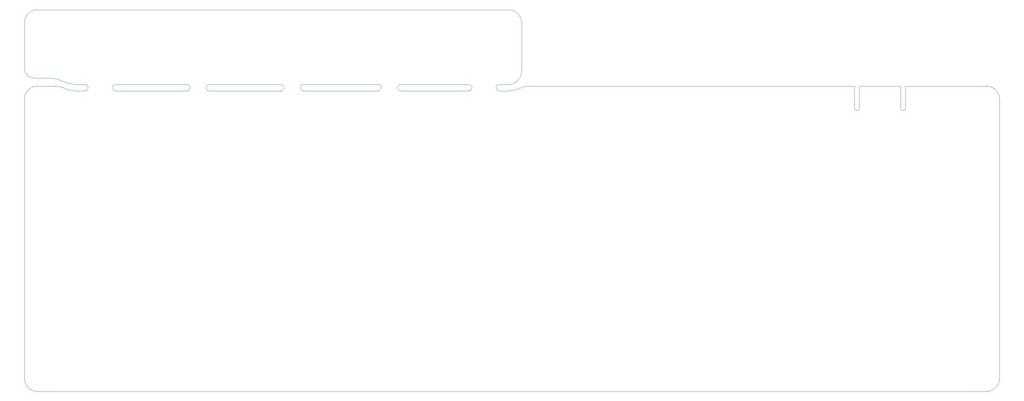
<source format=gm1>
%TF.GenerationSoftware,KiCad,Pcbnew,(6.0.10)*%
%TF.CreationDate,2023-05-23T15:51:50-05:00*%
%TF.ProjectId,Monorail_Jet,4d6f6e6f-7261-4696-9c5f-4a65742e6b69,rev?*%
%TF.SameCoordinates,Original*%
%TF.FileFunction,Profile,NP*%
%FSLAX46Y46*%
G04 Gerber Fmt 4.6, Leading zero omitted, Abs format (unit mm)*
G04 Created by KiCad (PCBNEW (6.0.10)) date 2023-05-23 15:51:50*
%MOMM*%
%LPD*%
G01*
G04 APERTURE LIST*
%TA.AperFunction,Profile*%
%ADD10C,0.050000*%
%TD*%
G04 APERTURE END LIST*
D10*
X51990625Y-63103125D02*
X69850000Y-63103125D01*
X29368750Y-59134375D02*
X29368750Y-47625000D01*
X140096875Y-64690675D02*
G75*
G03*
X140096875Y-63103125I25J793775D01*
G01*
X123031250Y-63103175D02*
G75*
G03*
X123031250Y-64690625I50J-793725D01*
G01*
X123031250Y-63103125D02*
X140096875Y-63103125D01*
X29368750Y-136525000D02*
X29368750Y-66675000D01*
X150018750Y-63103150D02*
G75*
G03*
X153193750Y-59928125I-50J3175050D01*
G01*
X140096875Y-64690625D02*
X123031250Y-64690625D01*
X247650001Y-69056250D02*
G75*
G03*
X248840625Y-69056250I595312J-1D01*
G01*
X75406250Y-63103175D02*
G75*
G03*
X75406250Y-64690625I50J-793725D01*
G01*
X98821875Y-63103125D02*
X117475000Y-63103125D01*
X150018750Y-64690625D02*
X147637500Y-64690625D01*
X236140626Y-69056250D02*
G75*
G03*
X237331250Y-69056250I595312J-1D01*
G01*
X155178125Y-63500000D02*
X162718750Y-63500000D01*
X31750000Y-61515625D02*
X35718750Y-61515625D01*
X51990625Y-63103175D02*
G75*
G03*
X51990625Y-64690625I-25J-793725D01*
G01*
X98821875Y-63103175D02*
G75*
G03*
X98821875Y-64690625I25J-793725D01*
G01*
X147637500Y-63103125D02*
X150018750Y-63103125D01*
X32543750Y-44450000D02*
X52038250Y-44450000D01*
X29368775Y-59134375D02*
G75*
G03*
X31750000Y-61515625I2381225J-25D01*
G01*
X236140625Y-63500000D02*
X236140625Y-69056250D01*
X236140625Y-63500000D02*
X162718750Y-63500000D01*
X75406250Y-64690625D02*
X93265625Y-64690625D01*
X269081250Y-139700050D02*
G75*
G03*
X272256250Y-136525000I-50J3175050D01*
G01*
X247650000Y-63500000D02*
X247650000Y-69056250D01*
X153193750Y-47625000D02*
X153193750Y-59928125D01*
X38893761Y-62309354D02*
G75*
G03*
X35718750Y-61515625I-3174961J-5953146D01*
G01*
X32543750Y-63500000D02*
G75*
G03*
X29368750Y-66675000I0J-3175000D01*
G01*
X155178125Y-63500012D02*
G75*
G03*
X153193750Y-63896875I-25J-5159388D01*
G01*
X237331250Y-63500000D02*
X247650000Y-63500000D01*
X63722250Y-44450000D02*
X62662500Y-44450000D01*
X38893758Y-63896859D02*
G75*
G03*
X42068750Y-64690625I3175042J5953159D01*
G01*
X38893754Y-63896864D02*
G75*
G03*
X36909375Y-63500000I-1984354J-4762536D01*
G01*
X53062500Y-44450000D02*
X62662500Y-44450000D01*
X248840625Y-63500000D02*
X269081250Y-63500000D01*
X272256250Y-66675000D02*
X272256250Y-136525000D01*
X237331250Y-69056250D02*
X237331250Y-63500000D01*
X153193700Y-47625000D02*
G75*
G03*
X150018750Y-44450000I-3175000J0D01*
G01*
X93265625Y-64690675D02*
G75*
G03*
X93265625Y-63103125I-25J793775D01*
G01*
X69850000Y-64690625D02*
X51990625Y-64690625D01*
X150018750Y-64690643D02*
G75*
G03*
X153193750Y-63896875I-50J6746943D01*
G01*
X69850000Y-64690675D02*
G75*
G03*
X69850000Y-63103125I0J793775D01*
G01*
X147637500Y-63103175D02*
G75*
G03*
X147637500Y-64690625I0J-793725D01*
G01*
X42068750Y-64690625D02*
X44450000Y-64690625D01*
X52038250Y-44450000D02*
X53062500Y-44450000D01*
X117475000Y-64690675D02*
G75*
G03*
X117475000Y-63103125I0J793775D01*
G01*
X32543750Y-63500000D02*
X36909375Y-63500000D01*
X44450000Y-64690675D02*
G75*
G03*
X44450000Y-63103125I0J793775D01*
G01*
X272256200Y-66675000D02*
G75*
G03*
X269081250Y-63500000I-3175000J0D01*
G01*
X117475000Y-64690625D02*
X98821875Y-64690625D01*
X29368750Y-136525000D02*
G75*
G03*
X32543750Y-139700000I3175000J0D01*
G01*
X269081250Y-139700000D02*
X32543750Y-139700000D01*
X38893758Y-62309359D02*
G75*
G03*
X42068750Y-63103125I3175042J5953159D01*
G01*
X93265625Y-63103125D02*
X75406250Y-63103125D01*
X44450000Y-63103125D02*
X42068750Y-63103125D01*
X248840625Y-69056250D02*
X248840625Y-63500000D01*
X32543750Y-44450000D02*
G75*
G03*
X29368750Y-47625000I0J-3175000D01*
G01*
X63722250Y-44450000D02*
X150018750Y-44450000D01*
M02*

</source>
